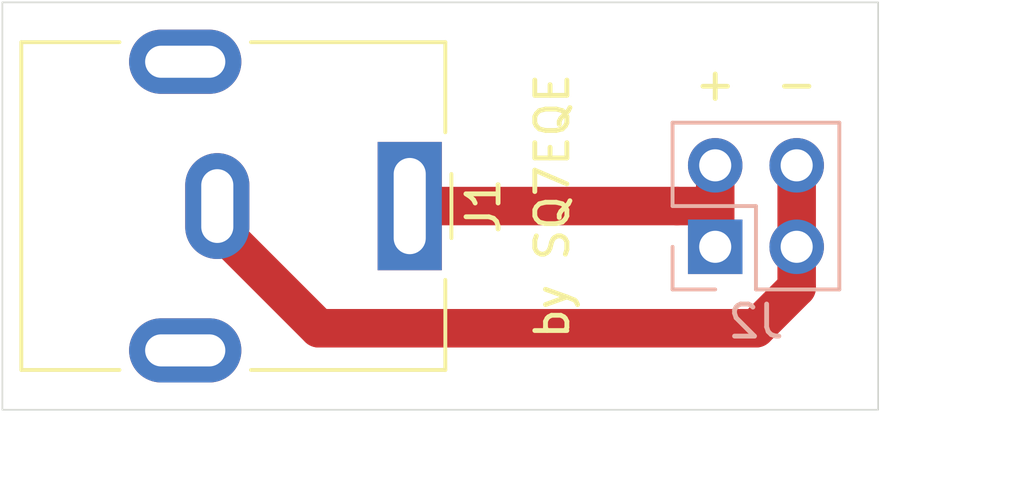
<source format=kicad_pcb>
(kicad_pcb (version 20171130) (host pcbnew 5.1.4-3.fc31)

  (general
    (thickness 1.6)
    (drawings 9)
    (tracks 10)
    (zones 0)
    (modules 2)
    (nets 3)
  )

  (page A4)
  (title_block
    (title "DC Barrel Jack Connector PCB Layout")
    (date 2019-11-21)
    (rev 1.0)
    (company "MSc. Paweł Sobótka")
    (comment 1 "GNU GPLv3")
    (comment 2 "design by SQ7EQE")
  )

  (layers
    (0 F.Cu signal)
    (31 B.Cu signal)
    (32 B.Adhes user)
    (33 F.Adhes user)
    (34 B.Paste user)
    (35 F.Paste user)
    (36 B.SilkS user)
    (37 F.SilkS user)
    (38 B.Mask user)
    (39 F.Mask user)
    (40 Dwgs.User user)
    (41 Cmts.User user)
    (42 Eco1.User user)
    (43 Eco2.User user)
    (44 Edge.Cuts user)
    (45 Margin user)
    (46 B.CrtYd user)
    (47 F.CrtYd user)
    (48 B.Fab user)
    (49 F.Fab user)
  )

  (setup
    (last_trace_width 1.2)
    (user_trace_width 0.8)
    (user_trace_width 1.2)
    (trace_clearance 0.2)
    (zone_clearance 0.508)
    (zone_45_only no)
    (trace_min 0.2)
    (via_size 0.8)
    (via_drill 0.4)
    (via_min_size 0.4)
    (via_min_drill 0.3)
    (uvia_size 0.3)
    (uvia_drill 0.1)
    (uvias_allowed no)
    (uvia_min_size 0.2)
    (uvia_min_drill 0.1)
    (edge_width 0.05)
    (segment_width 0.2)
    (pcb_text_width 0.3)
    (pcb_text_size 1.5 1.5)
    (mod_edge_width 0.12)
    (mod_text_size 1 1)
    (mod_text_width 0.15)
    (pad_size 1.524 1.524)
    (pad_drill 0.762)
    (pad_to_mask_clearance 0.051)
    (solder_mask_min_width 0.25)
    (aux_axis_origin 109.855 90.17)
    (visible_elements FFFFFF7F)
    (pcbplotparams
      (layerselection 0x012fc_ffffffff)
      (usegerberextensions false)
      (usegerberattributes true)
      (usegerberadvancedattributes true)
      (creategerberjobfile true)
      (excludeedgelayer true)
      (linewidth 0.150000)
      (plotframeref false)
      (viasonmask false)
      (mode 1)
      (useauxorigin true)
      (hpglpennumber 1)
      (hpglpenspeed 20)
      (hpglpendiameter 15.000000)
      (psnegative false)
      (psa4output false)
      (plotreference true)
      (plotvalue true)
      (plotinvisibletext false)
      (padsonsilk false)
      (subtractmaskfromsilk true)
      (outputformat 1)
      (mirror false)
      (drillshape 0)
      (scaleselection 1)
      (outputdirectory "plot/"))
  )

  (net 0 "")
  (net 1 "Net-(J1-Pad1)")
  (net 2 "Net-(J1-Pad2)")

  (net_class Default "To jest domyślna klasa połączeń."
    (clearance 0.2)
    (trace_width 0.25)
    (via_dia 0.8)
    (via_drill 0.4)
    (uvia_dia 0.3)
    (uvia_drill 0.1)
    (add_net "Net-(J1-Pad1)")
    (add_net "Net-(J1-Pad2)")
  )

  (module Connector_BarrelJack:BarrelJack_CUI_PJ-063AH_Horizontal (layer F.Cu) (tedit 5B0886BD) (tstamp 5DD6C96B)
    (at 122.555 83.82 270)
    (descr "Barrel Jack, 2.0mm ID, 5.5mm OD, 24V, 8A, no switch, https://www.cui.com/product/resource/pj-063ah.pdf")
    (tags "barrel jack cui dc power")
    (path /5DD72A0E)
    (fp_text reference J1 (at 0 -2.3 90) (layer F.SilkS)
      (effects (font (size 1 1) (thickness 0.15)))
    )
    (fp_text value "DC 5.5/2.1 Barrel" (at 7.62 5.715 180) (layer F.Fab) hide
      (effects (font (size 1 1) (thickness 0.15)))
    )
    (fp_line (start -5 -1) (end -1 -1) (layer F.Fab) (width 0.1))
    (fp_line (start -1 -1) (end 0 0) (layer F.Fab) (width 0.1))
    (fp_line (start 0 0) (end 1 -1) (layer F.Fab) (width 0.1))
    (fp_line (start 1 -1) (end 5 -1) (layer F.Fab) (width 0.1))
    (fp_line (start 5 -1) (end 5 12) (layer F.Fab) (width 0.1))
    (fp_line (start 5 12) (end -5 12) (layer F.Fab) (width 0.1))
    (fp_line (start -5 12) (end -5 -1) (layer F.Fab) (width 0.1))
    (fp_line (start -5.11 4.95) (end -5.11 -1.11) (layer F.SilkS) (width 0.12))
    (fp_line (start -5.11 -1.11) (end -2.3 -1.11) (layer F.SilkS) (width 0.12))
    (fp_line (start 2.3 -1.11) (end 5.11 -1.11) (layer F.SilkS) (width 0.12))
    (fp_line (start 5.11 -1.11) (end 5.11 4.95) (layer F.SilkS) (width 0.12))
    (fp_line (start 5.11 9.05) (end 5.11 12.11) (layer F.SilkS) (width 0.12))
    (fp_line (start 5.11 12.11) (end -5.11 12.11) (layer F.SilkS) (width 0.12))
    (fp_line (start -5.11 12.11) (end -5.11 9.05) (layer F.SilkS) (width 0.12))
    (fp_line (start -1 -1.3) (end 1 -1.3) (layer F.SilkS) (width 0.12))
    (fp_line (start -6 -1.5) (end -6 12.5) (layer F.CrtYd) (width 0.05))
    (fp_line (start -6 12.5) (end 6 12.5) (layer F.CrtYd) (width 0.05))
    (fp_line (start 6 12.5) (end 6 -1.5) (layer F.CrtYd) (width 0.05))
    (fp_line (start 6 -1.5) (end -6 -1.5) (layer F.CrtYd) (width 0.05))
    (fp_text user %R (at 0 5.5 90) (layer F.Fab)
      (effects (font (size 1 1) (thickness 0.15)))
    )
    (pad 1 thru_hole rect (at 0 0 270) (size 4 2) (drill oval 3 1) (layers *.Cu *.Mask)
      (net 1 "Net-(J1-Pad1)"))
    (pad 2 thru_hole oval (at 0 6 270) (size 3.3 2) (drill oval 2.3 1) (layers *.Cu *.Mask)
      (net 2 "Net-(J1-Pad2)"))
    (pad MP thru_hole oval (at -4.5 7 270) (size 2 3.5) (drill oval 1 2.5) (layers *.Cu *.Mask))
    (pad MP thru_hole oval (at 4.5 7 270) (size 2 3.5) (drill oval 1 2.5) (layers *.Cu *.Mask))
    (pad "" np_thru_hole circle (at 0 9 270) (size 1.6 1.6) (drill 1.6) (layers *.Cu *.Mask))
    (model ${KISYS3DMOD}/Connector_BarrelJack.3dshapes/BarrelJack_CUI_PJ-063AH_Horizontal.wrl
      (at (xyz 0 0 0))
      (scale (xyz 1 1 1))
      (rotate (xyz 0 0 0))
    )
  )

  (module pinheader:PinHeader_2x02_P2.54mm_Top_Bottom_Vertical (layer B.Cu) (tedit 5DD62059) (tstamp 5DD6C985)
    (at 132.08 85.09)
    (descr "Through hole straight pin header, 2x02, 2.54mm pitch, double rows")
    (tags "Through hole pin header THT 2x02 2.54mm double row")
    (path /5DD72D74)
    (fp_text reference J2 (at 1.27 2.33) (layer B.SilkS)
      (effects (font (size 1 1) (thickness 0.15)) (justify mirror))
    )
    (fp_text value "PinHeader to Contact Plates" (at -3.81 -8.89) (layer B.Fab) hide
      (effects (font (size 1 1) (thickness 0.15)))
    )
    (fp_line (start 0 1.27) (end 3.81 1.27) (layer B.Fab) (width 0.1))
    (fp_line (start 3.81 1.27) (end 3.81 -3.81) (layer B.Fab) (width 0.1))
    (fp_line (start 3.81 -3.81) (end -1.27 -3.81) (layer B.Fab) (width 0.1))
    (fp_line (start -1.27 -3.81) (end -1.27 0) (layer B.Fab) (width 0.1))
    (fp_line (start -1.27 0) (end 0 1.27) (layer B.Fab) (width 0.1))
    (fp_line (start -1.33 -3.87) (end 3.87 -3.87) (layer B.SilkS) (width 0.12))
    (fp_line (start -1.33 -1.27) (end -1.33 -3.87) (layer B.SilkS) (width 0.12))
    (fp_line (start 3.87 1.33) (end 3.87 -3.87) (layer B.SilkS) (width 0.12))
    (fp_line (start -1.33 -1.27) (end 1.27 -1.27) (layer B.SilkS) (width 0.12))
    (fp_line (start 1.27 -1.27) (end 1.27 1.33) (layer B.SilkS) (width 0.12))
    (fp_line (start 1.27 1.33) (end 3.87 1.33) (layer B.SilkS) (width 0.12))
    (fp_line (start -1.33 0) (end -1.33 1.33) (layer B.SilkS) (width 0.12))
    (fp_line (start -1.33 1.33) (end 0 1.33) (layer B.SilkS) (width 0.12))
    (fp_line (start -1.8 1.8) (end -1.8 -4.35) (layer B.CrtYd) (width 0.05))
    (fp_line (start -1.8 -4.35) (end 4.35 -4.35) (layer B.CrtYd) (width 0.05))
    (fp_line (start 4.35 -4.35) (end 4.35 1.8) (layer B.CrtYd) (width 0.05))
    (fp_line (start 4.35 1.8) (end -1.8 1.8) (layer B.CrtYd) (width 0.05))
    (fp_text user %R (at 1.27 -1.27 -90) (layer B.Fab)
      (effects (font (size 1 1) (thickness 0.15)) (justify mirror))
    )
    (pad 1 thru_hole rect (at 0 0) (size 1.7 1.7) (drill 1) (layers *.Cu *.Mask)
      (net 1 "Net-(J1-Pad1)"))
    (pad 3 thru_hole oval (at 2.54 0) (size 1.7 1.7) (drill 1) (layers *.Cu *.Mask)
      (net 2 "Net-(J1-Pad2)"))
    (pad 2 thru_hole oval (at 0 -2.54) (size 1.7 1.7) (drill 1) (layers *.Cu *.Mask)
      (net 1 "Net-(J1-Pad1)"))
    (pad 4 thru_hole oval (at 2.54 -2.54) (size 1.7 1.7) (drill 1) (layers *.Cu *.Mask)
      (net 2 "Net-(J1-Pad2)"))
    (model ${KISYS3DMOD}/Connector_PinHeader_2.54mm.3dshapes/PinHeader_2x02_P2.54mm_Vertical.wrl
      (at (xyz 0 0 0))
      (scale (xyz 1 1 1))
      (rotate (xyz 0 0 0))
    )
  )

  (gr_text "by SQ7EQE" (at 127 83.82 90) (layer F.SilkS)
    (effects (font (size 1 1) (thickness 0.15)))
  )
  (gr_text - (at 134.62 80.01) (layer F.SilkS)
    (effects (font (size 1 1) (thickness 0.15)))
  )
  (gr_text + (at 132.08 80.01) (layer F.SilkS)
    (effects (font (size 1 1) (thickness 0.15)))
  )
  (dimension 12.7 (width 0.15) (layer Cmts.User)
    (gr_text "12,700 mm" (at 140.365 83.82 90) (layer Cmts.User)
      (effects (font (size 1 1) (thickness 0.15)))
    )
    (feature1 (pts (xy 137.16 77.47) (xy 139.651421 77.47)))
    (feature2 (pts (xy 137.16 90.17) (xy 139.651421 90.17)))
    (crossbar (pts (xy 139.065 90.17) (xy 139.065 77.47)))
    (arrow1a (pts (xy 139.065 77.47) (xy 139.651421 78.596504)))
    (arrow1b (pts (xy 139.065 77.47) (xy 138.478579 78.596504)))
    (arrow2a (pts (xy 139.065 90.17) (xy 139.651421 89.043496)))
    (arrow2b (pts (xy 139.065 90.17) (xy 138.478579 89.043496)))
  )
  (dimension 27.305 (width 0.15) (layer Cmts.User)
    (gr_text "27,305 mm" (at 123.5075 93.375) (layer Cmts.User)
      (effects (font (size 1 1) (thickness 0.15)))
    )
    (feature1 (pts (xy 137.16 90.17) (xy 137.16 92.661421)))
    (feature2 (pts (xy 109.855 90.17) (xy 109.855 92.661421)))
    (crossbar (pts (xy 109.855 92.075) (xy 137.16 92.075)))
    (arrow1a (pts (xy 137.16 92.075) (xy 136.033496 92.661421)))
    (arrow1b (pts (xy 137.16 92.075) (xy 136.033496 91.488579)))
    (arrow2a (pts (xy 109.855 92.075) (xy 110.981504 92.661421)))
    (arrow2b (pts (xy 109.855 92.075) (xy 110.981504 91.488579)))
  )
  (gr_line (start 109.855 90.17) (end 109.855 77.47) (layer Edge.Cuts) (width 0.05) (tstamp 5DD6CB42))
  (gr_line (start 137.16 90.17) (end 109.855 90.17) (layer Edge.Cuts) (width 0.05))
  (gr_line (start 137.16 77.47) (end 137.16 90.17) (layer Edge.Cuts) (width 0.05))
  (gr_line (start 109.855 77.47) (end 137.16 77.47) (layer Edge.Cuts) (width 0.05))

  (segment (start 122.555 83.82) (end 130.889999 83.82) (width 1.2) (layer F.Cu) (net 1))
  (segment (start 130.889999 83.82) (end 132.08 83.82) (width 1.2) (layer F.Cu) (net 1))
  (segment (start 132.08 82.55) (end 132.08 83.82) (width 1.2) (layer F.Cu) (net 1))
  (segment (start 132.08 83.82) (end 132.08 85.09) (width 1.2) (layer F.Cu) (net 1))
  (segment (start 134.62 85.010001) (end 134.62 82.470001) (width 1.2) (layer F.Cu) (net 2))
  (segment (start 133.35 87.63) (end 134.62 86.36) (width 1.2) (layer F.Cu) (net 2))
  (segment (start 119.715 87.63) (end 133.35 87.63) (width 1.2) (layer F.Cu) (net 2))
  (segment (start 134.62 86.36) (end 134.62 85.09) (width 1.2) (layer F.Cu) (net 2))
  (segment (start 116.555 83.82) (end 116.555 84.47) (width 1.2) (layer F.Cu) (net 2))
  (segment (start 116.555 84.47) (end 119.715 87.63) (width 1.2) (layer F.Cu) (net 2))

)

</source>
